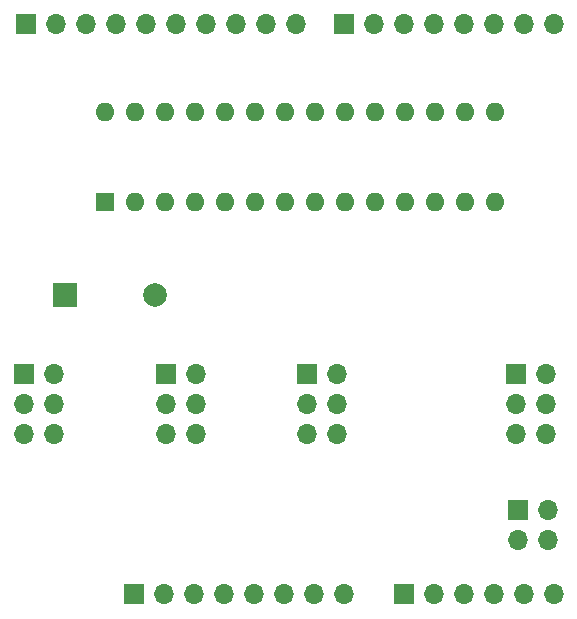
<source format=gbr>
G04 #@! TF.GenerationSoftware,KiCad,Pcbnew,(5.0.0)*
G04 #@! TF.CreationDate,2018-10-08T15:54:37-05:00*
G04 #@! TF.ProjectId,YAPS_Arduino_Shield_AVR,594150535F41726475696E6F5F536869,1.0*
G04 #@! TF.SameCoordinates,Original*
G04 #@! TF.FileFunction,Soldermask,Bot*
G04 #@! TF.FilePolarity,Negative*
%FSLAX46Y46*%
G04 Gerber Fmt 4.6, Leading zero omitted, Abs format (unit mm)*
G04 Created by KiCad (PCBNEW (5.0.0)) date 10/08/18 15:54:37*
%MOMM*%
%LPD*%
G01*
G04 APERTURE LIST*
%ADD10O,1.700000X1.700000*%
%ADD11R,1.700000X1.700000*%
%ADD12R,2.000000X2.000000*%
%ADD13C,2.000000*%
%ADD14R,1.600000X1.600000*%
%ADD15O,1.600000X1.600000*%
G04 APERTURE END LIST*
D10*
G04 #@! TO.C,J3*
X144183000Y-110252000D03*
X141643000Y-110252000D03*
X144183000Y-107712000D03*
X141643000Y-107712000D03*
X144183000Y-105172000D03*
D11*
X141643000Y-105172000D03*
G04 #@! TD*
G04 #@! TO.C,J2*
X129644000Y-105172000D03*
D10*
X132184000Y-105172000D03*
X129644000Y-107712000D03*
X132184000Y-107712000D03*
X129644000Y-110252000D03*
X132184000Y-110252000D03*
G04 #@! TD*
G04 #@! TO.C,J4*
X156182000Y-110252000D03*
X153642000Y-110252000D03*
X156182000Y-107712000D03*
X153642000Y-107712000D03*
X156182000Y-105172000D03*
D11*
X153642000Y-105172000D03*
G04 #@! TD*
G04 #@! TO.C,J1*
X171348000Y-105172000D03*
D10*
X173888000Y-105172000D03*
X171348000Y-107712000D03*
X173888000Y-107712000D03*
X171348000Y-110252000D03*
X173888000Y-110252000D03*
G04 #@! TD*
G04 #@! TO.C,P4*
X174498000Y-75565000D03*
X171958000Y-75565000D03*
X169418000Y-75565000D03*
X166878000Y-75565000D03*
X164338000Y-75565000D03*
X161798000Y-75565000D03*
X159258000Y-75565000D03*
D11*
X156718000Y-75565000D03*
G04 #@! TD*
D10*
G04 #@! TO.C,P3*
X152654000Y-75565000D03*
X150114000Y-75565000D03*
X147574000Y-75565000D03*
X145034000Y-75565000D03*
X142494000Y-75565000D03*
X139954000Y-75565000D03*
X137414000Y-75565000D03*
X134874000Y-75565000D03*
X132334000Y-75565000D03*
D11*
X129794000Y-75565000D03*
G04 #@! TD*
D10*
G04 #@! TO.C,P2*
X174498000Y-123825000D03*
X171958000Y-123825000D03*
X169418000Y-123825000D03*
X166878000Y-123825000D03*
X164338000Y-123825000D03*
D11*
X161798000Y-123825000D03*
G04 #@! TD*
D10*
G04 #@! TO.C,P1*
X156718000Y-123825000D03*
X154178000Y-123825000D03*
X151638000Y-123825000D03*
X149098000Y-123825000D03*
X146558000Y-123825000D03*
X144018000Y-123825000D03*
X141478000Y-123825000D03*
D11*
X138938000Y-123825000D03*
G04 #@! TD*
D12*
G04 #@! TO.C,BZ1*
X133119000Y-98482300D03*
D13*
X140719000Y-98482300D03*
G04 #@! TD*
D14*
G04 #@! TO.C,J5*
X136520000Y-90612000D03*
D15*
X169540000Y-82992000D03*
X139060000Y-90612000D03*
X167000000Y-82992000D03*
X141600000Y-90612000D03*
X164460000Y-82992000D03*
X144140000Y-90612000D03*
X161920000Y-82992000D03*
X146680000Y-90612000D03*
X159380000Y-82992000D03*
X149220000Y-90612000D03*
X156840000Y-82992000D03*
X151760000Y-90612000D03*
X154300000Y-82992000D03*
X154300000Y-90612000D03*
X151760000Y-82992000D03*
X156840000Y-90612000D03*
X149220000Y-82992000D03*
X159380000Y-90612000D03*
X146680000Y-82992000D03*
X161920000Y-90612000D03*
X144140000Y-82992000D03*
X164460000Y-90612000D03*
X141600000Y-82992000D03*
X167000000Y-90612000D03*
X139060000Y-82992000D03*
X169540000Y-90612000D03*
X136520000Y-82992000D03*
G04 #@! TD*
D11*
G04 #@! TO.C,J6*
X171478000Y-116683000D03*
D10*
X174018000Y-116683000D03*
X171478000Y-119223000D03*
X174018000Y-119223000D03*
G04 #@! TD*
M02*

</source>
